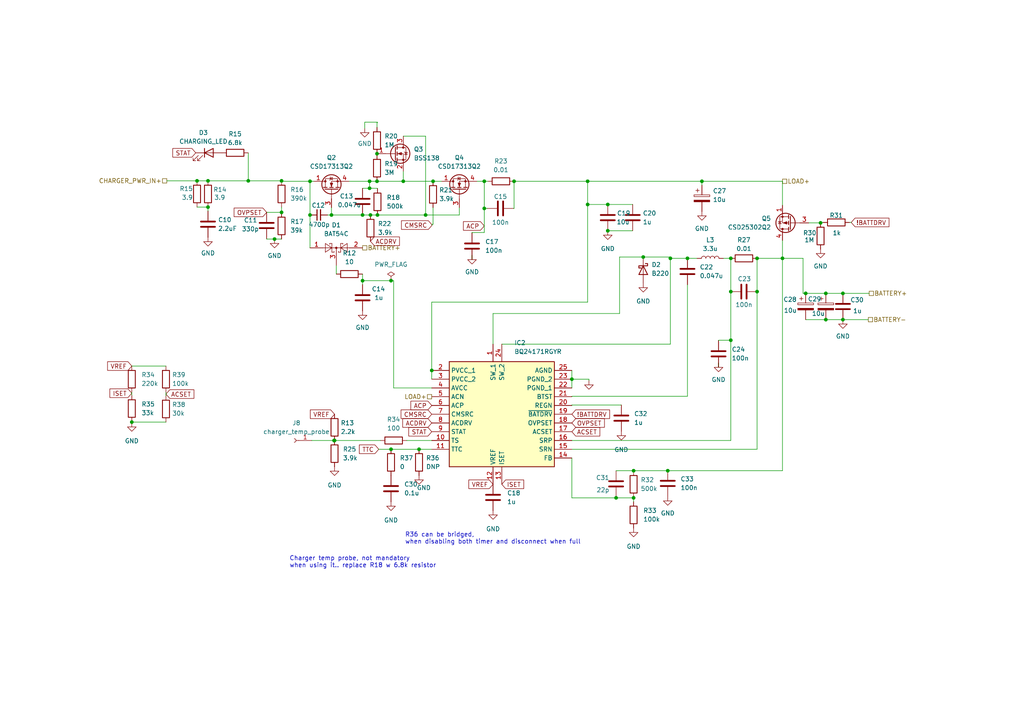
<source format=kicad_sch>
(kicad_sch (version 20230121) (generator eeschema)
  (paper "A4")
  (lib_symbols
    (symbol "Connector:Conn_01x01_Socket" (pin_names (offset 1.016) hide)
      (property "Reference" "J" (at 0 2.54 0))
      (property "Value" "Conn_01x01_Socket" (at 0 -2.54 0))
      (symbol "Conn_01x01_Socket_1_1"
        (pin passive line (at -5.08 0 0) (length 3.81) (name "Pin_1") (number "1"))
      )
    )
    (symbol "Device:C" (pin_numbers hide) (pin_names (offset 0.254))
      (property "Reference" "C" (at 0.635 2.54 0))
      (property "Value" "C" (at 0.635 -2.54 0))
      (symbol "C_1_1"
        (pin passive line (at 0 3.81 270) (length 2.794) (name "~") (number "1"))
        (pin passive line (at 0 -3.81 90) (length 2.794) (name "~") (number "2"))
      )
    )
    (symbol "Device:C_Polarized" (pin_numbers hide) (pin_names (offset 0.254))
      (property "Reference" "C" (at 0.635 2.54 0))
      (property "Value" "C_Polarized" (at 0.635 -2.54 0))
      (symbol "C_Polarized_1_1"
        (pin passive line (at 0 3.81 270) (length 2.794) (name "~") (number "1"))
        (pin passive line (at 0 -3.81 90) (length 2.794) (name "~") (number "2"))
      )
    )
    (symbol "Device:C_Small" (pin_numbers hide) (pin_names (offset 0.254) hide)
      (property "Reference" "C" (at 0.254 1.778 0))
      (property "Value" "C_Small" (at 0.254 -2.032 0))
      (symbol "C_Small_1_1"
        (pin passive line (at 0 2.54 270) (length 2.032) (name "~") (number "1"))
        (pin passive line (at 0 -2.54 90) (length 2.032) (name "~") (number "2"))
      )
    )
    (symbol "Device:L" (pin_numbers hide) (pin_names (offset 1.016) hide)
      (property "Reference" "L" (at -1.27 0 90))
      (property "Value" "L" (at 1.905 0 90))
      (symbol "L_1_1"
        (pin passive line (at 0 3.81 270) (length 1.27) (name "1") (number "1"))
        (pin passive line (at 0 -3.81 90) (length 1.27) (name "2") (number "2"))
      )
    )
    (symbol "Device:LED" (pin_numbers hide) (pin_names (offset 1.016) hide)
      (property "Reference" "D" (at 0 2.54 0))
      (property "Value" "LED" (at 0 -2.54 0))
      (symbol "LED_1_1"
        (pin passive line (at -3.81 0 0) (length 2.54) (name "K") (number "1"))
        (pin passive line (at 3.81 0 180) (length 2.54) (name "A") (number "2"))
      )
    )
    (symbol "Device:R" (pin_numbers hide) (pin_names (offset 0))
      (property "Reference" "R" (at 2.032 0 90))
      (property "Value" "R" (at 0 0 90))
      (symbol "R_1_1"
        (pin passive line (at 0 3.81 270) (length 1.27) (name "~") (number "1"))
        (pin passive line (at 0 -3.81 90) (length 1.27) (name "~") (number "2"))
      )
    )
    (symbol "Diode:B220" (pin_numbers hide) (pin_names (offset 1.016) hide)
      (property "Reference" "D" (at 0 2.54 0))
      (property "Value" "B220" (at 0 -2.54 0))
      (symbol "B220_1_1"
        (pin passive line (at -3.81 0 0) (length 2.54) (name "K") (number "1"))
        (pin passive line (at 3.81 0 180) (length 2.54) (name "A") (number "2"))
      )
    )
    (symbol "Diode:BAT54C" (pin_names (offset 1.016))
      (property "Reference" "D" (at 0.635 -3.81 0))
      (property "Value" "BAT54C" (at -6.35 3.175 0))
      (symbol "BAT54C_1_1"
        (pin passive line (at -7.62 0 0) (length 3.81) (name "~") (number "1"))
        (pin passive line (at 7.62 0 180) (length 3.81) (name "~") (number "2"))
        (pin passive line (at 0 -5.08 90) (length 5.08) (name "~") (number "3"))
      )
    )
    (symbol "PowerHub_libs:BQ24171RGYR"
      (property "Reference" "IC" (at 36.83 20.32 0))
      (property "Value" "BQ24171RGYR" (at 36.83 17.78 0))
      (symbol "BQ24171RGYR_1_1"
        (pin passive line (at 0 -2.54 0) (length 5.08) (name "SW_1") (number "1"))
        (pin passive line (at 27.94 -20.32 90) (length 5.08) (name "TS") (number "10"))
        (pin passive line (at 30.48 -20.32 90) (length 5.08) (name "TTC") (number "11"))
        (pin passive line (at 40.64 -2.54 180) (length 5.08) (name "VREF") (number "12"))
        (pin passive line (at 40.64 0 180) (length 5.08) (name "ISET") (number "13"))
        (pin passive line (at 33.02 20.32 270) (length 5.08) (name "FB") (number "14"))
        (pin passive line (at 30.48 20.32 270) (length 5.08) (name "SRN") (number "15"))
        (pin passive line (at 27.94 20.32 270) (length 5.08) (name "SRP") (number "16"))
        (pin passive line (at 25.4 20.32 270) (length 5.08) (name "ACSET") (number "17"))
        (pin passive line (at 22.86 20.32 270) (length 5.08) (name "OVPSET") (number "18"))
        (pin passive line (at 20.32 20.32 270) (length 5.08) (name "~{BATDRV}") (number "19"))
        (pin power_in line (at 7.62 -20.32 90) (length 5.08) (name "PVCC_1") (number "2"))
        (pin passive line (at 17.78 20.32 270) (length 5.08) (name "REGN") (number "20"))
        (pin passive line (at 15.24 20.32 270) (length 5.08) (name "BTST") (number "21"))
        (pin power_in line (at 12.7 20.32 270) (length 5.08) (name "PGND_1") (number "22"))
        (pin passive line (at 10.16 20.32 270) (length 5.08) (name "PGND_2") (number "23"))
        (pin passive line (at 0 0 0) (length 5.08) (name "SW_2") (number "24"))
        (pin power_in line (at 7.62 20.32 270) (length 5.08) (name "AGND") (number "25"))
        (pin power_in line (at 10.16 -20.32 90) (length 5.08) (name "PVCC_2") (number "3"))
        (pin power_in line (at 12.7 -20.32 90) (length 5.08) (name "AVCC") (number "4"))
        (pin passive line (at 15.24 -20.32 90) (length 5.08) (name "ACN") (number "5"))
        (pin passive line (at 17.78 -20.32 90) (length 5.08) (name "ACP") (number "6"))
        (pin passive line (at 20.32 -20.32 90) (length 5.08) (name "CMSRC") (number "7"))
        (pin passive line (at 22.86 -20.32 90) (length 5.08) (name "ACDRV") (number "8"))
        (pin passive line (at 25.4 -20.32 90) (length 5.08) (name "STAT") (number "9"))
      )
    )
    (symbol "Transistor_FET:BSS138" (pin_names hide)
      (property "Reference" "Q" (at 5.08 1.905 0))
      (property "Value" "BSS138" (at 5.08 0 0))
      (symbol "BSS138_1_1"
        (pin input line (at -5.08 0 0) (length 2.54) (name "G") (number "1"))
        (pin passive line (at 2.54 -5.08 90) (length 2.54) (name "S") (number "2"))
        (pin passive line (at 2.54 5.08 270) (length 2.54) (name "D") (number "3"))
      )
    )
    (symbol "Transistor_FET:CSD17313Q2" (pin_names hide)
      (property "Reference" "Q" (at 5.08 1.905 0))
      (property "Value" "CSD17313Q2" (at 5.08 0 0))
      (symbol "CSD17313Q2_1_1"
        (pin passive line (at 2.54 5.08 270) (length 2.54) (name "D") (number "1"))
        (pin passive line (at 2.54 5.08 270) (length 2.54) hide (name "D") (number "2"))
        (pin passive line (at -5.08 0 0) (length 2.54) (name "G") (number "3"))
        (pin passive line (at 2.54 -5.08 90) (length 2.54) (name "S") (number "4"))
        (pin passive line (at 2.54 5.08 270) (length 2.54) hide (name "D") (number "5"))
        (pin passive line (at 2.54 5.08 270) (length 2.54) hide (name "D") (number "6"))
        (pin passive line (at 2.54 -5.08 90) (length 2.54) hide (name "S") (number "7"))
        (pin passive line (at 2.54 5.08 270) (length 2.54) hide (name "D") (number "8"))
      )
    )
    (symbol "Transistor_FET:CSD25302Q2" (pin_names hide)
      (property "Reference" "Q" (at 5.08 1.27 0))
      (property "Value" "CSD25302Q2" (at 3.81 -1.27 0))
      (symbol "CSD25302Q2_1_1"
        (pin passive line (at 0 -5.08 90) (length 2.54) (name "S") (number "1"))
        (pin passive line (at 0 -5.08 90) (length 2.54) hide (name "S") (number "2"))
        (pin passive line (at -7.62 0 0) (length 2.54) (name "G") (number "3"))
        (pin passive line (at 0 5.08 270) (length 2.54) (name "D") (number "4"))
        (pin passive line (at 0 -5.08 90) (length 2.54) hide (name "S") (number "5"))
        (pin passive line (at 0 -5.08 90) (length 2.54) hide (name "S") (number "6"))
        (pin passive line (at 0 5.08 270) (length 2.54) hide (name "D") (number "7"))
        (pin passive line (at 0 -5.08 90) (length 2.54) hide (name "S") (number "8"))
      )
    )
    (symbol "power:GND" (power) (pin_names (offset 0))
      (property "Value" "GND" (at 0 -3.81 0))
      (symbol "GND_1_1"
        (pin power_in line (at 0 0 270) (length 0) hide (name "GND") (number "1"))
      )
    )
    (symbol "power:PWR_FLAG" (power) (pin_numbers hide) (pin_names (offset 0) hide)
      (property "Value" "PWR_FLAG" (at 0 3.81 0))
      (symbol "PWR_FLAG_0_0"
        (pin power_out line (at 0 0 90) (length 0) (name "pwr") (number "1"))
      )
    )
  )
  (junction (at 123.444 62.357))
  (junction (at 60.325 52.451))
  (junction (at 89.916 52.578))
  (junction (at 211.963 84.582))
  (junction (at 226.949 74.93))
  (junction (at 125.222 107.442))
  (junction (at 186.563 74.549))
  (junction (at 183.769 144.399))
  (junction (at 109.347 52.578))
  (junction (at 105.156 62.357))
  (junction (at 165.862 109.982))
  (junction (at 170.434 59.309))
  (junction (at 233.68 85.09))
  (junction (at 97.028 127.762))
  (junction (at 193.675 136.525))
  (junction (at 38.227 122.428))
  (junction (at 109.347 44.577))
  (junction (at 113.411 130.302))
  (junction (at 107.188 54.61))
  (junction (at 60.325 60.071))
  (junction (at 239.522 92.71))
  (junction (at 81.661 52.451))
  (junction (at 199.39 74.93))
  (junction (at 176.276 59.309))
  (junction (at 105.156 81.407))
  (junction (at 113.411 81.407))
  (junction (at 125.603 52.578))
  (junction (at 107.188 52.578))
  (junction (at 109.474 62.357))
  (junction (at 183.769 136.525))
  (junction (at 211.963 74.93))
  (junction (at 194.437 74.93))
  (junction (at 149.098 52.578))
  (junction (at 244.475 92.71))
  (junction (at 211.963 98.679))
  (junction (at 170.434 52.578))
  (junction (at 237.998 64.643))
  (junction (at 107.442 62.357))
  (junction (at 244.475 85.09))
  (junction (at 79.629 69.342))
  (junction (at 140.462 52.578))
  (junction (at 140.462 60.452))
  (junction (at 239.522 85.09))
  (junction (at 219.583 84.582))
  (junction (at 219.583 74.93))
  (junction (at 116.967 52.578))
  (junction (at 81.661 61.595))
  (junction (at 121.539 130.302))
  (junction (at 89.916 62.357))
  (junction (at 72.009 52.451))
  (junction (at 178.689 144.399))
  (junction (at 57.15 52.451))
  (junction (at 96.139 62.357))
  (junction (at 203.581 52.578))
  (junction (at 176.276 66.929))
  (junction (at 96.901 127.762))
  (wire (pts (xy 233.68 85.09) (xy 239.522 85.09)))
  (wire (pts (xy 125.222 112.522) (xy 114.173 112.522)))
  (wire (pts (xy 176.276 66.929) (xy 183.515 66.929)))
  (wire (pts (xy 138.303 52.578) (xy 140.462 52.578)))
  (wire (pts (xy 105.156 62.357) (xy 105.156 62.23)))
  (wire (pts (xy 109.474 54.61) (xy 109.474 54.737)))
  (wire (pts (xy 179.705 74.549) (xy 186.563 74.549)))
  (wire (pts (xy 125.349 65.024) (xy 125.603 65.024)))
  (wire (pts (xy 170.434 87.63) (xy 125.222 87.63)))
  (wire (pts (xy 202.184 74.93) (xy 199.39 74.93)))
  (wire (pts (xy 183.769 144.272) (xy 183.769 144.399)))
  (wire (pts (xy 57.15 60.071) (xy 60.325 60.071)))
  (wire (pts (xy 117.983 127.762) (xy 125.222 127.762)))
  (wire (pts (xy 101.219 52.578) (xy 107.188 52.578)))
  (wire (pts (xy 199.39 82.55) (xy 199.39 114.935)))
  (wire (pts (xy 219.583 74.93) (xy 219.583 84.582)))
  (wire (pts (xy 226.949 69.723) (xy 226.949 74.93)))
  (wire (pts (xy 77.343 61.595) (xy 81.661 61.595)))
  (wire (pts (xy 226.949 136.525) (xy 226.949 74.93)))
  (wire (pts (xy 180.213 117.475) (xy 165.862 117.475)))
  (wire (pts (xy 90.424 127.762) (xy 96.901 127.762)))
  (wire (pts (xy 211.963 98.679) (xy 208.407 98.679)))
  (wire (pts (xy 96.139 62.357) (xy 96.139 60.198)))
  (wire (pts (xy 81.661 69.342) (xy 79.629 69.342)))
  (wire (pts (xy 165.862 114.935) (xy 165.862 115.062)))
  (wire (pts (xy 109.347 44.577) (xy 109.347 44.958)))
  (wire (pts (xy 133.223 60.198) (xy 133.223 62.357)))
  (wire (pts (xy 57.15 52.451) (xy 60.325 52.451)))
  (wire (pts (xy 239.522 85.09) (xy 244.475 85.09)))
  (wire (pts (xy 208.407 98.679) (xy 208.407 98.806)))
  (wire (pts (xy 140.462 60.452) (xy 140.462 52.578)))
  (wire (pts (xy 107.188 52.578) (xy 109.347 52.578)))
  (wire (pts (xy 94.996 62.357) (xy 96.139 62.357)))
  (wire (pts (xy 96.139 62.357) (xy 105.156 62.357)))
  (wire (pts (xy 114.173 112.522) (xy 114.173 81.407)))
  (wire (pts (xy 81.661 61.595) (xy 81.661 61.722)))
  (wire (pts (xy 226.949 52.578) (xy 226.949 59.563)))
  (wire (pts (xy 219.583 84.582) (xy 219.583 130.302)))
  (wire (pts (xy 109.347 35.56) (xy 109.347 36.957)))
  (wire (pts (xy 48.133 113.792) (xy 48.133 114.808)))
  (wire (pts (xy 77.343 69.342) (xy 77.343 69.215)))
  (wire (pts (xy 140.462 60.452) (xy 140.462 67.437)))
  (wire (pts (xy 170.815 109.982) (xy 170.815 110.363)))
  (wire (pts (xy 96.901 127.762) (xy 96.901 127.635)))
  (wire (pts (xy 149.098 60.452) (xy 148.971 60.452)))
  (wire (pts (xy 116.967 52.578) (xy 116.967 49.657)))
  (wire (pts (xy 107.442 62.357) (xy 109.474 62.357)))
  (wire (pts (xy 125.603 65.024) (xy 125.603 60.198)))
  (wire (pts (xy 141.351 60.452) (xy 140.462 60.452)))
  (wire (pts (xy 219.583 74.93) (xy 226.949 74.93)))
  (wire (pts (xy 232.918 85.09) (xy 233.68 85.09)))
  (wire (pts (xy 81.661 52.578) (xy 89.916 52.578)))
  (wire (pts (xy 246.888 64.516) (xy 246.38 64.516)))
  (wire (pts (xy 60.325 52.451) (xy 72.009 52.451)))
  (wire (pts (xy 193.675 136.525) (xy 226.949 136.525)))
  (wire (pts (xy 125.603 52.578) (xy 128.143 52.578)))
  (wire (pts (xy 208.407 106.426) (xy 208.407 105.283)))
  (wire (pts (xy 165.862 117.475) (xy 165.862 117.602)))
  (wire (pts (xy 97.155 127.635) (xy 97.155 127.762)))
  (wire (pts (xy 140.462 52.578) (xy 141.478 52.578)))
  (wire (pts (xy 105.791 35.433) (xy 105.791 37.211)))
  (wire (pts (xy 96.901 127.635) (xy 97.155 127.635)))
  (wire (pts (xy 239.522 92.71) (xy 244.475 92.71)))
  (wire (pts (xy 233.68 92.71) (xy 239.522 92.71)))
  (wire (pts (xy 211.963 98.679) (xy 211.963 127.762)))
  (wire (pts (xy 48.387 52.451) (xy 57.15 52.451)))
  (wire (pts (xy 105.791 35.433) (xy 109.474 35.433)))
  (wire (pts (xy 149.098 52.578) (xy 149.098 60.452)))
  (wire (pts (xy 193.675 136.525) (xy 193.675 136.398)))
  (wire (pts (xy 170.434 52.578) (xy 203.581 52.578)))
  (wire (pts (xy 81.661 52.578) (xy 81.661 52.451)))
  (wire (pts (xy 194.437 74.93) (xy 194.437 99.822)))
  (wire (pts (xy 123.444 39.497) (xy 116.967 39.497)))
  (wire (pts (xy 105.156 54.61) (xy 107.188 54.61)))
  (wire (pts (xy 116.967 52.578) (xy 125.603 52.578)))
  (wire (pts (xy 109.474 35.56) (xy 109.347 35.56)))
  (wire (pts (xy 183.769 136.525) (xy 183.769 136.652)))
  (wire (pts (xy 125.349 65.278) (xy 125.349 65.024)))
  (wire (pts (xy 219.583 130.302) (xy 165.862 130.302)))
  (wire (pts (xy 199.39 114.935) (xy 165.862 114.935)))
  (wire (pts (xy 183.769 136.525) (xy 193.675 136.525)))
  (wire (pts (xy 176.276 59.309) (xy 183.515 59.309)))
  (wire (pts (xy 105.156 81.407) (xy 105.156 82.55)))
  (wire (pts (xy 38.227 122.428) (xy 38.227 122.301)))
  (wire (pts (xy 170.434 59.309) (xy 170.434 87.63)))
  (wire (pts (xy 211.963 84.582) (xy 211.963 98.679)))
  (wire (pts (xy 89.916 62.357) (xy 89.916 71.882)))
  (wire (pts (xy 107.188 54.61) (xy 109.474 54.61)))
  (wire (pts (xy 165.862 109.982) (xy 165.862 112.522)))
  (wire (pts (xy 123.444 62.357) (xy 133.223 62.357)))
  (wire (pts (xy 97.155 127.762) (xy 110.363 127.762)))
  (wire (pts (xy 209.804 74.93) (xy 211.963 74.93)))
  (wire (pts (xy 165.862 144.399) (xy 178.689 144.399)))
  (wire (pts (xy 178.689 136.525) (xy 183.769 136.525)))
  (wire (pts (xy 109.347 52.578) (xy 116.967 52.578)))
  (wire (pts (xy 81.661 60.071) (xy 81.661 61.595)))
  (wire (pts (xy 105.156 79.502) (xy 105.156 81.407)))
  (wire (pts (xy 107.188 52.578) (xy 107.188 54.61)))
  (wire (pts (xy 140.462 67.437) (xy 136.906 67.437)))
  (wire (pts (xy 121.539 130.302) (xy 125.222 130.302)))
  (wire (pts (xy 186.563 74.549) (xy 194.437 74.549)))
  (wire (pts (xy 232.918 74.93) (xy 232.918 85.09)))
  (wire (pts (xy 97.536 79.502) (xy 97.536 76.962)))
  (wire (pts (xy 149.098 52.578) (xy 170.434 52.578)))
  (wire (pts (xy 136.906 67.437) (xy 136.906 67.564)))
  (wire (pts (xy 203.581 52.578) (xy 226.949 52.578)))
  (wire (pts (xy 136.906 75.184) (xy 136.906 74.041)))
  (wire (pts (xy 109.474 35.433) (xy 109.474 35.56)))
  (wire (pts (xy 237.998 64.516) (xy 237.998 64.643)))
  (wire (pts (xy 178.689 144.399) (xy 183.769 144.399)))
  (wire (pts (xy 96.901 127.762) (xy 97.028 127.762)))
  (wire (pts (xy 183.769 144.399) (xy 183.769 145.542)))
  (wire (pts (xy 89.916 52.578) (xy 91.059 52.578)))
  (wire (pts (xy 38.227 122.428) (xy 48.133 122.428)))
  (wire (pts (xy 89.916 62.357) (xy 89.916 52.578)))
  (wire (pts (xy 123.444 62.357) (xy 123.444 39.497)))
  (wire (pts (xy 234.569 64.643) (xy 237.998 64.643)))
  (wire (pts (xy 60.325 61.214) (xy 60.325 60.071)))
  (wire (pts (xy 38.227 122.555) (xy 38.227 122.428)))
  (wire (pts (xy 211.963 74.93) (xy 211.963 84.582)))
  (wire (pts (xy 203.581 52.578) (xy 203.581 53.721)))
  (wire (pts (xy 114.173 81.407) (xy 113.411 81.407)))
  (wire (pts (xy 178.689 144.145) (xy 178.689 144.399)))
  (wire (pts (xy 179.705 90.932) (xy 143.002 90.932)))
  (wire (pts (xy 226.949 74.93) (xy 232.918 74.93)))
  (wire (pts (xy 211.963 127.762) (xy 165.862 127.762)))
  (wire (pts (xy 109.474 62.357) (xy 123.444 62.357)))
  (wire (pts (xy 199.39 74.93) (xy 194.437 74.93)))
  (wire (pts (xy 38.227 106.172) (xy 48.133 106.172)))
  (wire (pts (xy 244.475 92.71) (xy 251.841 92.71)))
  (wire (pts (xy 105.156 62.357) (xy 107.442 62.357)))
  (wire (pts (xy 165.862 109.982) (xy 170.815 109.982)))
  (wire (pts (xy 238.76 64.516) (xy 237.998 64.516)))
  (wire (pts (xy 194.437 99.822) (xy 145.542 99.822)))
  (wire (pts (xy 165.862 144.399) (xy 165.862 132.842)))
  (wire (pts (xy 165.862 107.442) (xy 165.862 109.982)))
  (wire (pts (xy 113.411 130.302) (xy 121.539 130.302)))
  (wire (pts (xy 125.222 107.442) (xy 125.222 109.982)))
  (wire (pts (xy 179.705 74.549) (xy 179.705 90.932)))
  (wire (pts (xy 113.411 81.407) (xy 105.156 81.407)))
  (wire (pts (xy 194.437 74.549) (xy 194.437 74.93)))
  (wire (pts (xy 109.855 130.302) (xy 113.411 130.302)))
  (wire (pts (xy 72.009 52.451) (xy 81.661 52.451)))
  (wire (pts (xy 72.009 44.323) (xy 72.009 52.451)))
  (wire (pts (xy 170.434 59.309) (xy 176.276 59.309)))
  (wire (pts (xy 143.002 90.932) (xy 143.002 99.822)))
  (wire (pts (xy 170.434 52.578) (xy 170.434 59.309)))
  (wire (pts (xy 244.475 85.09) (xy 252.095 85.09)))
  (wire (pts (xy 125.222 87.63) (xy 125.222 107.442)))
  (wire (pts (xy 38.227 113.792) (xy 38.227 114.681)))
  (wire (pts (xy 79.629 69.342) (xy 77.343 69.342)))
  (text "Charger temp probe, not mandatory\nwhen using it.. replace R18 w 6.8k resistor" (at 83.947 164.846 0) (effects (font (size 1.27 1.27)) (justify left bottom)))
  (text "R36 can be bridged,\nwhen disabling both timer and disconnect when full\n" (at 117.475 157.988 0) (effects (font (size 1.27 1.27)) (justify left bottom)))
  (global_label "VREF" (shape input) (at 97.028 120.142 180) (property "Intersheetrefs" "${INTERSHEET_REFS}" (effects hide)))
  (global_label "ACDRV" (shape input) (at 107.442 69.977 0) (property "Intersheetrefs" "${INTERSHEET_REFS}" (effects hide)))
  (global_label "ISET" (shape input) (at 145.542 140.462 0) (property "Intersheetrefs" "${INTERSHEET_REFS}" (effects hide)))
  (global_label "!BATTDRV" (shape input) (at 165.862 120.142 0) (property "Intersheetrefs" "${INTERSHEET_REFS}" (effects hide)))
  (global_label "ISET" (shape input) (at 38.227 114.046 180) (property "Intersheetrefs" "${INTERSHEET_REFS}" (effects hide)))
  (global_label "ACDRV" (shape input) (at 125.222 122.682 180) (property "Intersheetrefs" "${INTERSHEET_REFS}" (effects hide)))
  (global_label "TTC" (shape input) (at 109.855 130.302 180) (property "Intersheetrefs" "${INTERSHEET_REFS}" (effects hide)))
  (global_label "VREF" (shape input) (at 143.002 140.462 180) (property "Intersheetrefs" "${INTERSHEET_REFS}" (effects hide)))
  (global_label "ACSET" (shape input) (at 48.133 114.3 0) (property "Intersheetrefs" "${INTERSHEET_REFS}" (effects hide)))
  (global_label "ACSET" (shape input) (at 165.862 125.222 0) (property "Intersheetrefs" "${INTERSHEET_REFS}" (effects hide)))
  (global_label "CMSRC" (shape input) (at 125.222 120.142 180) (property "Intersheetrefs" "${INTERSHEET_REFS}" (effects hide)))
  (global_label "ACP" (shape input) (at 125.222 117.602 180) (property "Intersheetrefs" "${INTERSHEET_REFS}" (effects hide)))
  (global_label "!BATTDRV" (shape input) (at 246.888 64.516 0) (property "Intersheetrefs" "${INTERSHEET_REFS}" (effects hide)))
  (global_label "OVPSET" (shape input) (at 165.862 122.682 0) (property "Intersheetrefs" "${INTERSHEET_REFS}" (effects hide)))
  (global_label "OVPSET" (shape input) (at 77.343 61.595 180) (property "Intersheetrefs" "${INTERSHEET_REFS}" (effects hide)))
  (global_label "STAT" (shape input) (at 125.222 125.222 180) (property "Intersheetrefs" "${INTERSHEET_REFS}" (effects hide)))
  (global_label "CMSRC" (shape input) (at 125.349 65.278 180) (property "Intersheetrefs" "${INTERSHEET_REFS}" (effects hide)))
  (global_label "ACP" (shape input) (at 140.462 65.532 180) (property "Intersheetrefs" "${INTERSHEET_REFS}" (effects hide)))
  (global_label "VREF" (shape input) (at 38.227 106.172 180) (property "Intersheetrefs" "${INTERSHEET_REFS}" (effects hide)))
  (global_label "STAT" (shape input) (at 56.769 44.323 180) (property "Intersheetrefs" "${INTERSHEET_REFS}" (effects hide)))
  (hierarchical_label "LOAD+" (shape passive) (at 125.222 115.062 180))
  (hierarchical_label "BATTERY+" (shape passive) (at 252.095 85.09 0))
  (hierarchical_label "BATTERY-" (shape passive) (at 251.841 92.71 0))
  (hierarchical_label "CHARGER_PWR_IN+" (shape passive) (at 48.387 52.451 180))
  (hierarchical_label "BATTERY+" (shape passive) (at 105.156 71.882 0))
  (hierarchical_label "LOAD+" (shape passive) (at 226.949 52.578 0))
  (symbol (lib_id "power:GND") (at 105.156 90.17 0) (unit 1)
    (property "Reference" "#PWR042" (effects hide))
    (property "Value" "GND" (at 105.156 94.996 0))
    (instances (project "PowerHub_r1.0" (path "" (reference "#PWR042") (unit 1)) (path "" (reference "#PWR039") (unit 1)) (path "" (reference "#PWR089") (unit 1))) (project "PowerHub_Simplified" (path "" (reference "#PWR036") (unit 1))))
  )
  (symbol (lib_id "Device:C") (at 145.161 60.452 90) (unit 1)
    (property "Reference" "C15" (at 145.161 57.023 90))
    (property "Value" "100n" (at 145.161 64.516 90))
    (property "Footprint" "Capacitor_SMD:C_0603_1608Metric_Pad1.08x0.95mm_HandSolder" (effects hide))
    (instances (project "PowerHub_r1.0" (path "" (reference "C15") (unit 1)) (path "" (reference "C17") (unit 1)) (path "" (reference "C59") (unit 1))) (project "PowerHub_Simplified" (path "" (reference "C17") (unit 1))))
  )
  (symbol (lib_id "Device:R") (at 114.173 127.762 90) (unit 1)
    (property "Reference" "R34" (at 114.173 121.666 90))
    (property "Value" "100" (at 114.173 124.206 90))
    (property "Footprint" "Resistor_SMD:R_0603_1608Metric_Pad0.98x0.95mm_HandSolder" (effects hide))
    (instances (project "PowerHub_r1.0" (path "" (reference "R34") (unit 1)) (path "" (reference "R23") (unit 1)) (path "" (reference "R92") (unit 1))) (project "PowerHub_Simplified" (path "" (reference "R25") (unit 1))))
  )
  (symbol (lib_id "Device:LED") (at 60.579 44.323 0) (unit 1)
    (property "Reference" "D3" (at 58.9915 38.481 0))
    (property "Value" "CHARGING_LED" (at 58.9915 41.021 0))
    (property "Footprint" "LED_SMD:LED_0603_1608Metric_Pad1.05x0.95mm_HandSolder" (effects hide))
    (instances (project "PowerHub_r1.0" (path "" (reference "D3") (unit 1)) (path "" (reference "D12") (unit 1))) (project "PowerHub_Simplified" (path "" (reference "D1") (unit 1))))
  )
  (symbol (lib_id "Device:C") (at 113.411 141.732 0) (unit 1)
    (property "Reference" "C30" (at 117.221 140.462 0) (effects (justify left)))
    (property "Value" "0.1u" (at 117.221 143.002 0) (effects (justify left)))
    (property "Footprint" "Capacitor_SMD:C_0603_1608Metric_Pad1.08x0.95mm_HandSolder" (effects hide))
    (instances (project "PowerHub_r1.0" (path "" (reference "C30") (unit 1)) (path "" (reference "C56") (unit 1))) (project "PowerHub_Simplified" (path "" (reference "C14") (unit 1))))
  )
  (symbol (lib_id "Device:R") (at 38.227 118.491 0) (unit 1)
    (property "Reference" "R35" (at 41.021 117.221 0) (effects (justify left)))
    (property "Value" "33k" (at 41.021 119.761 0) (effects (justify left)))
    (property "Footprint" "Resistor_SMD:R_0603_1608Metric_Pad0.98x0.95mm_HandSolder" (effects hide))
    (instances (project "PowerHub_r1.0" (path "" (reference "R35") (unit 1)) (path "" (reference "R76") (unit 1))) (project "PowerHub_Simplified" (path "" (reference "R9") (unit 1))))
  )
  (symbol (lib_id "Transistor_FET:CSD17313Q2") (at 133.223 55.118 90) (unit 1)
    (property "Reference" "Q4" (at 133.223 45.72 90))
    (property "Value" "CSD17313Q2" (at 133.223 48.26 90))
    (property "Footprint" "Package_SON:Texas_DQK" (effects hide))
    (property "Datasheet" "http://www.ti.com/lit/ds/symlink/csd17313q2.pdf" (effects hide))
    (instances (project "PowerHub_r1.0" (path "" (reference "Q4") (unit 1)) (path "" (reference "Q4") (unit 1)) (path "" (reference "Q14") (unit 1))) (project "PowerHub_Simplified" (path "" (reference "Q4") (unit 1))))
  )
  (symbol (lib_id "Device:C_Polarized") (at 233.68 88.9 0) (unit 1)
    (property "Reference" "C28" (at 227.203 86.868 0) (effects (justify left)))
    (property "Value" "10u" (at 227.33 90.043 0) (effects (justify left)))
    (property "Footprint" "Capacitor_SMD:C_1206_3216Metric_Pad1.33x1.80mm_HandSolder" (effects hide))
    (instances (project "PowerHub_r1.0" (path "" (reference "C28") (unit 1)) (path "" (reference "C27") (unit 1)) (path "" (reference "C69") (unit 1))) (project "PowerHub_Simplified" (path "" (reference "C27") (unit 1))))
  )
  (symbol (lib_id "Device:C_Polarized") (at 203.581 57.531 0) (unit 1)
    (property "Reference" "C27" (at 206.756 55.372 0) (effects (justify left)))
    (property "Value" "10u" (at 206.756 57.912 0) (effects (justify left)))
    (property "Footprint" "Capacitor_SMD:C_0603_1608Metric_Pad1.08x0.95mm_HandSolder" (effects hide))
    (instances (project "PowerHub_r1.0" (path "" (reference "C27") (unit 1)) (path "" (reference "C24") (unit 1)) (path "" (reference "C66") (unit 1))) (project "PowerHub_Simplified" (path "" (reference "C24") (unit 1))))
  )
  (symbol (lib_id "power:GND") (at 105.791 37.211 0) (unit 1)
    (property "Reference" "#PWR038" (effects hide))
    (property "Value" "GND" (at 105.791 41.656 0))
    (instances (project "PowerHub_r1.0" (path "" (reference "#PWR038") (unit 1)) (path "" (reference "#PWR040") (unit 1)) (path "" (reference "#PWR090") (unit 1))) (project "PowerHub_Simplified" (path "" (reference "#PWR037") (unit 1))))
  )
  (symbol (lib_id "Device:R") (at 68.199 44.323 90) (unit 1)
    (property "Reference" "R15" (at 68.199 38.862 90))
    (property "Value" "6.8k" (at 68.199 41.402 90))
    (property "Footprint" "Resistor_SMD:R_0603_1608Metric_Pad0.98x0.95mm_HandSolder" (effects hide))
    (instances (project "PowerHub_r1.0" (path "" (reference "R15") (unit 1)) (path "" (reference "R81") (unit 1))) (project "PowerHub_Simplified" (path "" (reference "R14") (unit 1))))
  )
  (symbol (lib_id "power:GND") (at 180.213 125.095 0) (unit 1)
    (property "Reference" "#PWR054" (effects hide))
    (property "Value" "GND" (at 180.213 130.429 0))
    (instances (project "PowerHub_r1.0" (path "" (reference "#PWR054") (unit 1)) (path "" (reference "#PWR045") (unit 1)) (path "" (reference "#PWR097") (unit 1))) (project "PowerHub_Simplified" (path "" (reference "#PWR044") (unit 1))))
  )
  (symbol (lib_id "Device:R") (at 81.661 56.261 0) (unit 1)
    (property "Reference" "R16" (at 84.201 54.991 0) (effects (justify left)))
    (property "Value" "390k" (at 84.201 57.531 0) (effects (justify left)))
    (property "Footprint" "Resistor_SMD:R_0603_1608Metric_Pad0.98x0.95mm_HandSolder" (effects hide))
    (instances (project "PowerHub_r1.0" (path "" (reference "R16") (unit 1)) (path "" (reference "R13") (unit 1)) (path "" (reference "R82") (unit 1))) (project "PowerHub_Simplified" (path "" (reference "R15") (unit 1))))
  )
  (symbol (lib_id "Device:R") (at 57.15 56.261 0) (unit 1)
    (property "Reference" "R15" (at 52.07 54.737 0) (effects (justify left)))
    (property "Value" "3.9" (at 52.705 57.277 0) (effects (justify left)))
    (property "Footprint" "Resistor_SMD:R_0603_1608Metric_Pad0.98x0.95mm_HandSolder" (effects hide))
    (instances (project "PowerHub_r1.0" (path "" (reference "R15") (unit 1)) (path "" (reference "R9") (unit 1)) (path "" (reference "R79") (unit 1))) (project "PowerHub_Simplified" (path "" (reference "R12") (unit 1))))
  )
  (symbol (lib_id "Device:C") (at 208.407 102.616 0) (unit 1)
    (property "Reference" "C24" (at 212.217 101.346 0) (effects (justify left)))
    (property "Value" "100n" (at 212.217 103.886 0) (effects (justify left)))
    (property "Footprint" "Capacitor_SMD:C_0603_1608Metric_Pad1.08x0.95mm_HandSolder" (effects hide))
    (instances (project "PowerHub_r1.0" (path "" (reference "C24") (unit 1)) (path "" (reference "C25") (unit 1)) (path "" (reference "C67") (unit 1))) (project "PowerHub_Simplified" (path "" (reference "C25") (unit 1))))
  )
  (symbol (lib_id "power:GND") (at 186.563 82.169 0) (unit 1)
    (property "Reference" "#PWR046" (effects hide))
    (property "Value" "GND" (at 186.563 87.376 0))
    (instances (project "PowerHub_r1.0" (path "" (reference "#PWR046") (unit 1)) (path "" (reference "#PWR044") (unit 1)) (path "" (reference "#PWR096") (unit 1))) (project "PowerHub_Simplified" (path "" (reference "#PWR051") (unit 1))))
  )
  (symbol (lib_id "power:GND") (at 121.539 137.922 0) (unit 1)
    (property "Reference" "#PWR045" (effects hide))
    (property "Value" "GND" (at 122.936 141.478 0))
    (instances (project "PowerHub_r1.0" (path "" (reference "#PWR045") (unit 1)) (path "" (reference "#PWR051") (unit 1)) (path "" (reference "#PWR092") (unit 1))) (project "PowerHub_Simplified" (path "" (reference "#PWR039") (unit 1))))
  )
  (symbol (lib_id "Device:R") (at 107.442 66.167 0) (unit 1)
    (property "Reference" "R22" (at 109.601 64.897 0) (effects (justify left)))
    (property "Value" "3.9k" (at 109.601 67.437 0) (effects (justify left)))
    (property "Footprint" "Resistor_SMD:R_0603_1608Metric_Pad0.98x0.95mm_HandSolder" (effects hide))
    (instances (project "PowerHub_r1.0" (path "" (reference "R22") (unit 1)) (path "" (reference "R19") (unit 1)) (path "" (reference "R87") (unit 1))) (project "PowerHub_Simplified" (path "" (reference "R20") (unit 1))))
  )
  (symbol (lib_id "Device:C") (at 176.276 63.119 0) (unit 1)
    (property "Reference" "C19" (at 178.943 61.849 0) (effects (justify left)))
    (property "Value" "10u" (at 178.816 64.389 0) (effects (justify left)))
    (property "Footprint" "Capacitor_SMD:C_1206_3216Metric_Pad1.33x1.80mm_HandSolder" (effects hide))
    (instances (project "PowerHub_r1.0" (path "" (reference "C19") (unit 1)) (path "" (reference "C18") (unit 1)) (path "" (reference "C60") (unit 1))) (project "PowerHub_Simplified" (path "" (reference "C18") (unit 1))))
  )
  (symbol (lib_id "Device:R") (at 81.661 65.532 0) (unit 1)
    (property "Reference" "R17" (at 84.201 64.262 0) (effects (justify left)))
    (property "Value" "39k" (at 84.201 66.802 0) (effects (justify left)))
    (property "Footprint" "Resistor_SMD:R_0603_1608Metric_Pad0.98x0.95mm_HandSolder" (effects hide))
    (instances (project "PowerHub_r1.0" (path "" (reference "R17") (unit 1)) (path "" (reference "R14") (unit 1)) (path "" (reference "R83") (unit 1))) (project "PowerHub_Simplified" (path "" (reference "R16") (unit 1))))
  )
  (symbol (lib_id "power:GND") (at 79.629 69.342 0) (unit 1)
    (property "Reference" "#PWR035" (effects hide))
    (property "Value" "GND" (at 79.629 74.168 0))
    (instances (project "PowerHub_r1.0" (path "" (reference "#PWR035") (unit 1)) (path "" (reference "#PWR025") (unit 1)) (path "" (reference "#PWR086") (unit 1))) (project "PowerHub_Simplified" (path "" (reference "#PWR033") (unit 1))))
  )
  (symbol (lib_id "power:GND") (at 176.276 66.929 0) (unit 1)
    (property "Reference" "#PWR046" (effects hide))
    (property "Value" "GND" (at 176.276 72.136 0))
    (instances (project "PowerHub_r1.0" (path "" (reference "#PWR046") (unit 1)) (path "" (reference "#PWR044") (unit 1)) (path "" (reference "#PWR096") (unit 1))) (project "PowerHub_Simplified" (path "" (reference "#PWR043") (unit 1))))
  )
  (symbol (lib_id "Device:R") (at 38.227 109.982 0) (unit 1)
    (property "Reference" "R34" (at 41.021 108.712 0) (effects (justify left)))
    (property "Value" "220k" (at 41.021 111.252 0) (effects (justify left)))
    (property "Footprint" "Resistor_SMD:R_0603_1608Metric_Pad0.98x0.95mm_HandSolder" (effects hide))
    (instances (project "PowerHub_r1.0" (path "" (reference "R34") (unit 1)) (path "" (reference "R75") (unit 1))) (project "PowerHub_Simplified" (path "" (reference "R8") (unit 1))))
  )
  (symbol (lib_id "Device:C") (at 105.156 58.42 0) (unit 1)
    (property "Reference" "C13" (at 98.552 56.896 0) (effects (justify left)))
    (property "Value" "0.047u" (at 97.917 59.436 0) (effects (justify left)))
    (property "Footprint" "Capacitor_SMD:C_0603_1608Metric_Pad1.08x0.95mm_HandSolder" (effects hide))
    (instances (project "PowerHub_r1.0" (path "" (reference "C13") (unit 1)) (path "" (reference "C13") (unit 1)) (path "" (reference "C54") (unit 1))) (project "PowerHub_Simplified" (path "" (reference "C12") (unit 1))))
  )
  (symbol (lib_id "Device:C") (at 77.343 65.405 0) (unit 1)
    (property "Reference" "C11" (at 70.739 63.881 0) (effects (justify left)))
    (property "Value" "330p" (at 70.104 66.421 0) (effects (justify left)))
    (property "Footprint" "Capacitor_SMD:C_0603_1608Metric_Pad1.08x0.95mm_HandSolder" (effects hide))
    (instances (project "PowerHub_r1.0" (path "" (reference "C11") (unit 1)) (path "" (reference "C11") (unit 1)) (path "" (reference "C52") (unit 1))) (project "PowerHub_Simplified" (path "" (reference "C10") (unit 1))))
  )
  (symbol (lib_id "Device:C") (at 215.773 84.582 90) (unit 1)
    (property "Reference" "C23" (at 215.9 80.899 90))
    (property "Value" "100n" (at 215.773 88.392 90))
    (property "Footprint" "Capacitor_SMD:C_0603_1608Metric_Pad1.08x0.95mm_HandSolder" (effects hide))
    (instances (project "PowerHub_r1.0" (path "" (reference "C23") (unit 1)) (path "" (reference "C26") (unit 1)) (path "" (reference "C68") (unit 1))) (project "PowerHub_Simplified" (path "" (reference "C26") (unit 1))))
  )
  (symbol (lib_id "Device:C") (at 183.515 63.119 0) (unit 1)
    (property "Reference" "C20" (at 186.436 61.849 0) (effects (justify left)))
    (property "Value" "1u" (at 186.436 64.389 0) (effects (justify left)))
    (property "Footprint" "Capacitor_SMD:C_0805_2012Metric_Pad1.18x1.45mm_HandSolder" (effects hide))
    (instances (project "PowerHub_r1.0" (path "" (reference "C20") (unit 1)) (path "" (reference "C21") (unit 1)) (path "" (reference "C63") (unit 1))) (project "PowerHub_Simplified" (path "" (reference "C21") (unit 1))))
  )
  (symbol (lib_id "Device:R") (at 101.346 79.502 90) (unit 1)
    (property "Reference" "R12" (at 101.346 73.406 90))
    (property "Value" "10" (at 101.346 75.946 90))
    (property "Footprint" "Resistor_SMD:R_0603_1608Metric_Pad0.98x0.95mm_HandSolder" (effects hide))
    (instances (project "PowerHub_r1.0" (path "" (reference "R12") (unit 1)) (path "" (reference "R16") (unit 1)) (path "" (reference "R86") (unit 1))) (project "PowerHub_Simplified" (path "" (reference "R19") (unit 1))))
  )
  (symbol (lib_id "Device:C") (at 180.213 121.285 0) (unit 1)
    (property "Reference" "C32" (at 183.896 120.015 0) (effects (justify left)))
    (property "Value" "1u" (at 183.896 122.555 0) (effects (justify left)))
    (property "Footprint" "Capacitor_SMD:C_0805_2012Metric_Pad1.18x1.45mm_HandSolder" (effects hide))
    (instances (project "PowerHub_r1.0" (path "" (reference "C32") (unit 1)) (path "" (reference "C20") (unit 1)) (path "" (reference "C62") (unit 1))) (project "PowerHub_Simplified" (path "" (reference "C20") (unit 1))))
  )
  (symbol (lib_id "Device:R") (at 109.474 58.547 0) (unit 1)
    (property "Reference" "R18" (at 112.141 57.277 0) (effects (justify left)))
    (property "Value" "500k" (at 112.141 59.817 0) (effects (justify left)))
    (property "Footprint" "Resistor_SMD:R_0603_1608Metric_Pad0.98x0.95mm_HandSolder" (effects hide))
    (instances (project "PowerHub_r1.0" (path "" (reference "R18") (unit 1)) (path "" (reference "R22") (unit 1)) (path "" (reference "R90") (unit 1))) (project "PowerHub_Simplified" (path "" (reference "R23") (unit 1))))
  )
  (symbol (lib_id "Device:R") (at 48.133 118.618 0) (unit 1)
    (property "Reference" "R38" (at 49.911 117.348 0) (effects (justify left)))
    (property "Value" "30k" (at 49.911 119.888 0) (effects (justify left)))
    (property "Footprint" "Resistor_SMD:R_0603_1608Metric_Pad0.98x0.95mm_HandSolder" (effects hide))
    (instances (project "PowerHub_r1.0" (path "" (reference "R38") (unit 1)) (path "" (reference "R78") (unit 1))) (project "PowerHub_Simplified" (path "" (reference "R11") (unit 1))))
  )
  (symbol (lib_id "power:GND") (at 208.407 105.283 0) (unit 1)
    (property "Reference" "#PWR047" (effects hide))
    (property "Value" "GND" (at 208.407 110.109 0))
    (instances (project "PowerHub_r1.0" (path "" (reference "#PWR047") (unit 1)) (path "" (reference "#PWR050") (unit 1)) (path "" (reference "#PWR0101") (unit 1))) (project "PowerHub_Simplified" (path "" (reference "#PWR048") (unit 1))))
  )
  (symbol (lib_id "Device:R") (at 60.325 56.261 0) (unit 1)
    (property "Reference" "R14" (at 61.849 54.991 0) (effects (justify left)))
    (property "Value" "3.9" (at 62.103 57.277 0) (effects (justify left)))
    (property "Footprint" "Resistor_SMD:R_0603_1608Metric_Pad0.98x0.95mm_HandSolder" (effects hide))
    (instances (project "PowerHub_r1.0" (path "" (reference "R14") (unit 1)) (path "" (reference "R12") (unit 1)) (path "" (reference "R80") (unit 1))) (project "PowerHub_Simplified" (path "" (reference "R13") (unit 1))))
  )
  (symbol (lib_id "power:GND") (at 203.581 61.341 0) (unit 1)
    (property "Reference" "#PWR050" (effects hide))
    (property "Value" "GND" (at 203.581 66.294 0))
    (instances (project "PowerHub_r1.0" (path "" (reference "#PWR050") (unit 1)) (path "" (reference "#PWR049") (unit 1)) (path "" (reference "#PWR0100") (unit 1))) (project "PowerHub_Simplified" (path "" (reference "#PWR047") (unit 1))))
  )
  (symbol (lib_id "Transistor_FET:CSD17313Q2") (at 96.139 55.118 90) (unit 1)
    (property "Reference" "Q2" (at 96.139 45.72 90))
    (property "Value" "CSD17313Q2" (at 96.139 48.26 90))
    (property "Footprint" "Package_SON:Texas_DQK" (effects hide))
    (property "Datasheet" "http://www.ti.com/lit/ds/symlink/csd17313q2.pdf" (effects hide))
    (instances (project "PowerHub_r1.0" (path "" (reference "Q2") (unit 1)) (path "" (reference "Q2") (unit 1)) (path "" (reference "Q12") (unit 1))) (project "PowerHub_Simplified" (path "" (reference "Q2") (unit 1))))
  )
  (symbol (lib_id "Device:C") (at 143.002 144.272 0) (unit 1)
    (property "Reference" "C18" (at 147.066 143.002 0) (effects (justify left)))
    (property "Value" "1u" (at 147.066 145.542 0) (effects (justify left)))
    (property "Footprint" "Capacitor_SMD:C_0805_2012Metric_Pad1.18x1.45mm_HandSolder" (effects hide))
    (instances (project "PowerHub_r1.0" (path "" (reference "C18") (unit 1)) (path "" (reference "C16") (unit 1)) (path "" (reference "C58") (unit 1))) (project "PowerHub_Simplified" (path "" (reference "C16") (unit 1))))
  )
  (symbol (lib_id "power:GND") (at 97.028 135.382 0) (unit 1)
    (property "Reference" "#PWR048" (effects hide))
    (property "Value" "GND" (at 97.028 140.716 0))
    (instances (project "PowerHub_r1.0" (path "" (reference "#PWR048") (unit 1)) (path "" (reference "#PWR037") (unit 1)) (path "" (reference "#PWR087") (unit 1))) (project "PowerHub_Simplified" (path "" (reference "#PWR034") (unit 1))))
  )
  (symbol (lib_id "Device:C") (at 60.325 65.024 0) (unit 1)
    (property "Reference" "C10" (at 63.246 63.754 0) (effects (justify left)))
    (property "Value" "2.2uF" (at 63.246 66.294 0) (effects (justify left)))
    (property "Footprint" "Capacitor_SMD:C_0805_2012Metric_Pad1.18x1.45mm_HandSolder" (effects hide))
    (instances (project "PowerHub_r1.0" (path "" (reference "C10") (unit 1)) (path "" (reference "C10") (unit 1)) (path "" (reference "C51") (unit 1))) (project "PowerHub_Simplified" (path "" (reference "C9") (unit 1))))
  )
  (symbol (lib_id "power:GND") (at 170.815 110.363 0) (unit 1)
    (property "Reference" "#PWR037" (effects hide))
    (property "Value" "GND" (effects hide))
    (instances (project "PowerHub_r1.0" (path "" (reference "#PWR037") (unit 1)) (path "" (reference "#PWR043") (unit 1)) (path "" (reference "#PWR095") (unit 1))) (project "PowerHub_Simplified" (path "" (reference "#PWR042") (unit 1))))
  )
  (symbol (lib_id "Device:R") (at 109.347 40.767 0) (unit 1)
    (property "Reference" "R20" (at 111.506 39.497 0) (effects (justify left)))
    (property "Value" "1M" (at 111.506 42.037 0) (effects (justify left)))
    (property "Footprint" "Resistor_SMD:R_0603_1608Metric_Pad0.98x0.95mm_HandSolder" (effects hide))
    (instances (project "PowerHub_r1.0" (path "" (reference "R20") (unit 1)) (path "" (reference "R20") (unit 1)) (path "" (reference "R88") (unit 1))) (project "PowerHub_Simplified" (path "" (reference "R21") (unit 1))))
  )
  (symbol (lib_id "Device:R") (at 125.603 56.388 0) (unit 1)
    (property "Reference" "R21" (at 127.381 55.118 0) (effects (justify left)))
    (property "Value" "3.9k" (at 127.381 57.658 0) (effects (justify left)))
    (property "Footprint" "Resistor_SMD:R_0603_1608Metric_Pad0.98x0.95mm_HandSolder" (effects hide))
    (instances (project "PowerHub_r1.0" (path "" (reference "R21") (unit 1)) (path "" (reference "R24") (unit 1)) (path "" (reference "R94") (unit 1))) (project "PowerHub_Simplified" (path "" (reference "R27") (unit 1))))
  )
  (symbol (lib_id "Transistor_FET:CSD25302Q2") (at 226.949 64.643 180) (unit 1)
    (property "Reference" "Q5" (at 223.647 63.373 0) (effects (justify left)))
    (property "Value" "CSD25302Q2" (at 223.647 65.913 0) (effects (justify left)))
    (property "Footprint" "Package_SON:Texas_DQK" (effects hide))
    (property "Datasheet" "https://www.ti.com/lit/ds/slps234b/slps234b.pdf" (effects hide))
    (instances (project "PowerHub_r1.0" (path "" (reference "Q5") (unit 1)) (path "" (reference "Q5") (unit 1)) (path "" (reference "Q15") (unit 1))) (project "PowerHub_Simplified" (path "" (reference "Q5") (unit 1))))
  )
  (symbol (lib_id "power:GND") (at 143.002 148.082 0) (unit 1)
    (property "Reference" "#PWR045" (effects hide))
    (property "Value" "GND" (at 143.002 153.416 0))
    (instances (project "PowerHub_r1.0" (path "" (reference "#PWR045") (unit 1)) (path "" (reference "#PWR042") (unit 1)) (path "" (reference "#PWR094") (unit 1))) (project "PowerHub_Simplified" (path "" (reference "#PWR041") (unit 1))))
  )
  (symbol (lib_id "Transistor_FET:BSS138") (at 114.427 44.577 0) (unit 1)
    (property "Reference" "Q3" (at 120.015 43.307 0) (effects (justify left)))
    (property "Value" "BSS138" (at 120.015 45.847 0) (effects (justify left)))
    (property "Footprint" "Package_TO_SOT_SMD:SOT-23" (effects hide))
    (property "Datasheet" "https://www.onsemi.com/pub/Collateral/BSS138-D.PDF" (effects hide))
    (instances (project "PowerHub_r1.0" (path "" (reference "Q3") (unit 1)) (path "" (reference "Q3") (unit 1)) (path "" (reference "Q13") (unit 1))) (project "PowerHub_Simplified" (path "" (reference "Q3") (unit 1))))
  )
  (symbol (lib_id "Device:C") (at 244.475 88.9 0) (unit 1)
    (property "Reference" "C30" (at 246.634 86.995 0) (effects (justify left)))
    (property "Value" "1u" (at 247.396 90.17 0) (effects (justify left)))
    (property "Footprint" "Capacitor_SMD:C_0603_1608Metric_Pad1.08x0.95mm_HandSolder" (effects hide))
    (instances (project "PowerHub_r1.0" (path "" (reference "C30") (unit 1)) (path "" (reference "C29") (unit 1)) (path "" (reference "C71") (unit 1))) (project "PowerHub_Simplified" (path "" (reference "C29") (unit 1))))
  )
  (symbol (lib_id "power:GND") (at 183.769 153.162 0) (unit 1)
    (property "Reference" "#PWR053" (effects hide))
    (property "Value" "GND" (at 183.769 158.496 0))
    (instances (project "PowerHub_r1.0" (path "" (reference "#PWR053") (unit 1)) (path "" (reference "#PWR047") (unit 1)) (path "" (reference "#PWR098") (unit 1))) (project "PowerHub_Simplified" (path "" (reference "#PWR045") (unit 1))))
  )
  (symbol (lib_id "Device:R") (at 109.347 48.768 0) (unit 1)
    (property "Reference" "R19" (at 111.506 47.498 0) (effects (justify left)))
    (property "Value" "3M" (at 111.506 50.038 0) (effects (justify left)))
    (property "Footprint" "Resistor_SMD:R_0603_1608Metric_Pad0.98x0.95mm_HandSolder" (effects hide))
    (instances (project "PowerHub_r1.0" (path "" (reference "R19") (unit 1)) (path "" (reference "R21") (unit 1)) (path "" (reference "R89") (unit 1))) (project "PowerHub_Simplified" (path "" (reference "R22") (unit 1))))
  )
  (symbol (lib_id "PowerHub_libs:BQ24171RGYR") (at 145.542 99.822 270) (unit 1)
    (property "Reference" "IC2" (at 149.1681 99.441 90) (effects (justify left)))
    (property "Value" "BQ24171RGYR" (at 149.1681 101.981 90) (effects (justify left)))
    (property "Footprint" "PowerHub_libs:RGY_R-PVQFN-N24_" (effects hide))
    (property "Datasheet" "http://www.ti.com/lit/ds/slusaf2c/slusaf2c.pdf" (effects hide))
    (property "Manufacturer_Name" "Texas Instruments" (effects hide))
    (property "Manufacturer_Part_Number" "BQ24171RGYR" (effects hide))
    (property "Mouser Part Number" "595-BQ24171RGYR" (effects hide))
    (property "Mouser Price/Stock" "https://www.mouser.co.uk/ProductDetail/Texas-Instruments/BQ24171RGYR?qs=QtI0yD1FyONv8pYlJaCp5g%3D%3D" (effects hide))
    (property "Arrow Part Number" "BQ24171RGYR" (effects hide))
    (property "Arrow Price/Stock" "https://www.arrow.com/en/products/bq24171rgyr/texas-instruments" (effects hide))
    (instances (project "PowerHub_r1.0" (path "" (reference "IC2") (unit 1)) (path "" (reference "IC2") (unit 1)) (path "" (reference "IC4") (unit 1))) (project "PowerHub_Simplified" (path "" (reference "IC1") (unit 1))))
  )
  (symbol (lib_id "Device:C_Polarized") (at 239.522 88.9 0) (unit 1)
    (property "Reference" "C29" (at 234.315 86.741 0) (effects (justify left)))
    (property "Value" "10u" (at 235.458 90.932 0) (effects (justify left)))
    (property "Footprint" "Capacitor_SMD:C_1206_3216Metric_Pad1.33x1.80mm_HandSolder" (effects hide))
    (instances (project "PowerHub_r1.0" (path "" (reference "C29") (unit 1)) (path "" (reference "C28") (unit 1)) (path "" (reference "C70") (unit 1))) (project "PowerHub_Simplified" (path "" (reference "C28") (unit 1))))
  )
  (symbol (lib_id "Connector:Conn_01x01_Socket") (at 85.344 127.762 180) (unit 1)
    (property "Reference" "J8" (at 85.979 122.682 0))
    (property "Value" "charger_temp_probe" (at 85.979 125.222 0))
    (property "Footprint" "Connector_PinHeader_2.54mm:PinHeader_1x01_P2.54mm_Vertical" (effects hide))
    (instances (project "PowerHub_r1.0" (path "" (reference "J8") (unit 1)) (path "" (reference "J17") (unit 1))) (project "PowerHub_Simplified" (path "" (reference "J8") (unit 1))))
  )
  (symbol (lib_id "power:GND") (at 60.325 68.834 0) (unit 1)
    (property "Reference" "#PWR040" (effects hide))
    (property "Value" "GND" (at 60.325 73.406 0))
    (instances (project "PowerHub_r1.0" (path "" (reference "#PWR040") (unit 1)) (path "" (reference "#PWR024") (unit 1)) (path "" (reference "#PWR085") (unit 1))) (project "PowerHub_Simplified" (path "" (reference "#PWR032") (unit 1))))
  )
  (symbol (lib_id "Device:C") (at 199.39 78.74 0) (unit 1)
    (property "Reference" "C22" (at 202.946 77.47 0) (effects (justify left)))
    (property "Value" "0.047u" (at 202.946 80.01 0) (effects (justify left)))
    (property "Footprint" "Capacitor_SMD:C_0603_1608Metric_Pad1.08x0.95mm_HandSolder" (effects hide))
    (instances (project "PowerHub_r1.0" (path "" (reference "C22") (unit 1)) (path "" (reference "C23") (unit 1)) (path "" (reference "C65") (unit 1))) (project "PowerHub_Simplified" (path "" (reference "C23") (unit 1))))
  )
  (symbol (lib_id "Device:R") (at 121.539 134.112 0) (unit 1)
    (property "Reference" "R36" (at 123.571 132.842 0) (effects (justify left)))
    (property "Value" "DNP" (at 123.571 135.382 0) (effects (justify left)))
    (property "Footprint" "Resistor_SMD:R_0603_1608Metric_Pad0.98x0.95mm_HandSolder" (effects hide))
    (instances (project "PowerHub_r1.0" (path "" (reference "R36") (unit 1)) (path "" (reference "R93") (unit 1))) (project "PowerHub_Simplified" (path "" (reference "R26") (unit 1))))
  )
  (symbol (lib_id "Device:R") (at 183.769 140.462 0) (unit 1)
    (property "Reference" "R32" (at 185.801 139.192 0) (effects (justify left)))
    (property "Value" "500k" (at 185.801 141.732 0) (effects (justify left)))
    (property "Footprint" "Resistor_SMD:R_0603_1608Metric_Pad0.98x0.95mm_HandSolder" (effects hide))
    (instances (project "PowerHub_r1.0" (path "" (reference "R32") (unit 1)) (path "" (reference "R27") (unit 1)) (path "" (reference "R96") (unit 1))) (project "PowerHub_Simplified" (path "" (reference "R29") (unit 1))))
  )
  (symbol (lib_id "power:GND") (at 193.675 144.018 0) (unit 1)
    (property "Reference" "#PWR055" (effects hide))
    (property "Value" "GND" (at 193.675 148.844 0))
    (instances (project "PowerHub_r1.0" (path "" (reference "#PWR055") (unit 1)) (path "" (reference "#PWR048") (unit 1)) (path "" (reference "#PWR099") (unit 1))) (project "PowerHub_Simplified" (path "" (reference "#PWR046") (unit 1))))
  )
  (symbol (lib_id "Device:R") (at 48.133 109.982 0) (unit 1)
    (property "Reference" "R39" (at 49.911 108.712 0) (effects (justify left)))
    (property "Value" "100k" (at 49.911 111.252 0) (effects (justify left)))
    (property "Footprint" "Resistor_SMD:R_0603_1608Metric_Pad0.98x0.95mm_HandSolder" (effects hide))
    (instances (project "PowerHub_r1.0" (path "" (reference "R39") (unit 1)) (path "" (reference "R77") (unit 1))) (project "PowerHub_Simplified" (path "" (reference "R10") (unit 1))))
  )
  (symbol (lib_id "Device:C_Small") (at 92.456 62.357 90) (unit 1)
    (property "Reference" "C12" (at 92.329 59.563 90))
    (property "Value" "4700p" (at 92.583 65.151 90))
    (property "Footprint" "Capacitor_SMD:C_0603_1608Metric_Pad1.08x0.95mm_HandSolder" (effects hide))
    (instances (project "PowerHub_r1.0" (path "" (reference "C12") (unit 1)) (path "" (reference "C12") (unit 1)) (path "" (reference "C53") (unit 1))) (project "PowerHub_Simplified" (path "" (reference "C11") (unit 1))))
  )
  (symbol (lib_id "power:GND") (at 113.411 145.542 0) (unit 1)
    (property "Reference" "#PWR045" (effects hide))
    (property "Value" "GND" (at 113.411 150.876 0))
    (instances (project "PowerHub_r1.0" (path "" (reference "#PWR045") (unit 1)) (path "" (reference "#PWR054") (unit 1)) (path "" (reference "#PWR091") (unit 1))) (project "PowerHub_Simplified" (path "" (reference "#PWR038") (unit 1))))
  )
  (symbol (lib_id "power:PWR_FLAG") (at 113.411 81.407 0) (unit 1)
    (property "Reference" "#FLG03" (effects hide))
    (property "Value" "PWR_FLAG" (at 113.411 76.708 0))
    (instances (project "PowerHub_Simplified" (path "" (reference "#FLG03") (unit 1)) (path "" (reference "#FLG06") (unit 1))))
  )
  (symbol (lib_id "Device:R") (at 145.288 52.578 90) (unit 1)
    (property "Reference" "R23" (at 145.288 46.736 90))
    (property "Value" "0.01" (at 145.288 49.276 90))
    (property "Footprint" "Resistor_SMD:R_1206_3216Metric_Pad1.30x1.75mm_HandSolder" (effects hide))
    (instances (project "PowerHub_r1.0" (path "" (reference "R23") (unit 1)) (path "" (reference "R25") (unit 1)) (path "" (reference "R95") (unit 1))) (project "PowerHub_Simplified" (path "" (reference "R28") (unit 1))))
  )
  (symbol (lib_id "Device:C") (at 193.675 140.208 0) (unit 1)
    (property "Reference" "C33" (at 197.358 138.938 0) (effects (justify left)))
    (property "Value" "100n" (at 197.358 141.478 0) (effects (justify left)))
    (property "Footprint" "Capacitor_SMD:C_0603_1608Metric_Pad1.08x0.95mm_HandSolder" (effects hide))
    (instances (project "PowerHub_r1.0" (path "" (reference "C33") (unit 1)) (path "" (reference "C22") (unit 1)) (path "" (reference "C64") (unit 1))) (project "PowerHub_Simplified" (path "" (reference "C22") (unit 1))))
  )
  (symbol (lib_id "Diode:BAT54C") (at 97.536 71.882 0) (unit 1)
    (property "Reference" "D1" (at 97.536 65.278 0))
    (property "Value" "BAT54C" (at 97.536 67.818 0))
    (property "Footprint" "Package_TO_SOT_SMD:SOT-23" (effects hide))
    (property "Datasheet" "http://www.diodes.com/_files/datasheets/ds11005.pdf" (effects hide))
    (instances (project "PowerHub_r1.0" (path "" (reference "D1") (unit 1)) (path "" (reference "D1") (unit 1)) (path "" (reference "D13") (unit 1))) (project "PowerHub_Simplified" (path "" (reference "D2") (unit 1))))
  )
  (symbol (lib_id "Device:R") (at 242.57 64.516 90) (unit 1)
    (property "Reference" "R31" (at 242.57 62.484 90))
    (property "Value" "1k" (at 242.697 67.564 90))
    (property "Footprint" "Resistor_SMD:R_0603_1608Metric_Pad0.98x0.95mm_HandSolder" (effects hide))
    (instances (project "PowerHub_r1.0" (path "" (reference "R31") (unit 1)) (path "" (reference "R33") (unit 1)) (path "" (reference "R100") (unit 1))) (project "PowerHub_Simplified" (path "" (reference "R33") (unit 1))))
  )
  (symbol (lib_id "Device:R") (at 183.769 149.352 0) (unit 1)
    (property "Reference" "R33" (at 186.563 148.082 0) (effects (justify left)))
    (property "Value" "100k" (at 186.563 150.622 0) (effects (justify left)))
    (property "Footprint" "Resistor_SMD:R_0603_1608Metric_Pad0.98x0.95mm_HandSolder" (effects hide))
    (instances (project "PowerHub_r1.0" (path "" (reference "R33") (unit 1)) (path "" (reference "R28") (unit 1)) (path "" (reference "R97") (unit 1))) (project "PowerHub_Simplified" (path "" (reference "R30") (unit 1))))
  )
  (symbol (lib_id "power:GND") (at 237.998 72.263 0) (unit 1)
    (property "Reference" "#PWR049" (effects hide))
    (property "Value" "GND" (at 237.998 77.216 0))
    (instances (project "PowerHub_r1.0" (path "" (reference "#PWR049") (unit 1)) (path "" (reference "#PWR053") (unit 1)) (path "" (reference "#PWR0102") (unit 1))) (project "PowerHub_Simplified" (path "" (reference "#PWR049") (unit 1))))
  )
  (symbol (lib_id "Device:R") (at 97.028 131.572 0) (unit 1)
    (property "Reference" "R25" (at 99.441 130.302 0) (effects (justify left)))
    (property "Value" "3.9k" (at 99.441 132.842 0) (effects (justify left)))
    (property "Footprint" "Resistor_SMD:R_0603_1608Metric_Pad0.98x0.95mm_HandSolder" (effects hide))
    (instances (project "PowerHub_r1.0" (path "" (reference "R25") (unit 1)) (path "" (reference "R18") (unit 1)) (path "" (reference "R85") (unit 1))) (project "PowerHub_Simplified" (path "" (reference "R18") (unit 1))))
  )
  (symbol (lib_id "Device:R") (at 215.773 74.93 90) (unit 1)
    (property "Reference" "R27" (at 215.773 69.596 90))
    (property "Value" "0.01" (at 215.773 72.136 90))
    (property "Footprint" "Capacitor_SMD:C_1206_3216Metric_Pad1.33x1.80mm_HandSolder" (effects hide))
    (instances (project "PowerHub_r1.0" (path "" (reference "R27") (unit 1)) (path "" (reference "R30") (unit 1)) (path "" (reference "R98") (unit 1))) (project "PowerHub_Simplified" (path "" (reference "R31") (unit 1))))
  )
  (symbol (lib_id "Device:C") (at 136.906 71.374 0) (unit 1)
    (property "Reference" "C17" (at 140.716 70.104 0) (effects (justify left)))
    (property "Value" "100n" (at 140.716 72.644 0) (effects (justify left)))
    (property "Footprint" "Capacitor_SMD:C_0603_1608Metric_Pad1.08x0.95mm_HandSolder" (effects hide))
    (instances (project "PowerHub_r1.0" (path "" (reference "C17") (unit 1)) (path "" (reference "C15") (unit 1)) (path "" (reference "C57") (unit 1))) (project "PowerHub_Simplified" (path "" (reference "C15") (unit 1))))
  )
  (symbol (lib_id "power:GND") (at 38.227 122.555 0) (unit 1)
    (property "Reference" "#PWR044" (effects hide))
    (property "Value" "GND" (at 38.227 127.889 0))
    (instances (project "PowerHub_r1.0" (path "" (reference "#PWR044") (unit 1)) (path "" (reference "#PWR055") (unit 1)) (path "" (reference "#PWR084") (unit 1))) (project "PowerHub_Simplified" (path "" (reference "#PWR031") (unit 1))))
  )
  (symbol (lib_id "Device:R") (at 97.028 123.952 0) (unit 1)
    (property "Reference" "R13" (at 98.806 122.682 0) (effects (justify left)))
    (property "Value" "2.2k" (at 98.806 125.222 0) (effects (justify left)))
    (property "Footprint" "Resistor_SMD:R_0603_1608Metric_Pad0.98x0.95mm_HandSolder" (effects hide))
    (instances (project "PowerHub_r1.0" (path "" (reference "R13") (unit 1)) (path "" (reference "R17") (unit 1)) (path "" (reference "R84") (unit 1))) (project "PowerHub_Simplified" (path "" (reference "R17") (unit 1))))
  )
  (symbol (lib_id "Device:C") (at 105.156 86.36 0) (unit 1)
    (property "Reference" "C14" (at 107.823 83.82 0) (effects (justify left)))
    (property "Value" "1u" (at 108.585 86.36 0) (effects (justify left)))
    (property "Footprint" "Capacitor_SMD:C_0805_2012Metric_Pad1.18x1.45mm_HandSolder" (effects hide))
    (instances (project "PowerHub_r1.0" (path "" (reference "C14") (unit 1)) (path "" (reference "C14") (unit 1)) (path "" (reference "C55") (unit 1))) (project "PowerHub_Simplified" (path "" (reference "C13") (unit 1))))
  )
  (symbol (lib_id "power:GND") (at 136.906 74.041 0) (unit 1)
    (property "Reference" "#PWR043" (effects hide))
    (property "Value" "GND" (at 136.906 78.867 0))
    (instances (project "PowerHub_r1.0" (path "" (reference "#PWR043") (unit 1)) (path "" (reference "#PWR041") (unit 1)) (path "" (reference "#PWR093") (unit 1))) (project "PowerHub_Simplified" (path "" (reference "#PWR040") (unit 1))))
  )
  (symbol (lib_id "Diode:B220") (at 186.563 78.359 270) (unit 1)
    (property "Reference" "D2" (at 188.976 76.7715 90) (effects (justify left)))
    (property "Value" "B220" (at 188.976 79.3115 90) (effects (justify left)))
    (property "Footprint" "Diode_SMD:D_SMB" (effects hide))
    (property "Datasheet" "http://www.jameco.com/Jameco/Products/ProdDS/1538777.pdf" (effects hide))
    (instances (project "PowerHub_r1.0" (path "" (reference "D2") (unit 1)) (path "" (reference "D2") (unit 1)) (path "" (reference "D14") (unit 1))) (project "PowerHub_Simplified" (path "" (reference "D3") (unit 1))))
  )
  (symbol (lib_id "power:GND") (at 244.475 92.71 0) (unit 1)
    (property "Reference" "#PWR047" (effects hide))
    (property "Value" "GND" (at 244.475 97.536 0))
    (instances (project "PowerHub_r1.0" (path "" (reference "#PWR047") (unit 1)) (path "" (reference "#PWR06") (unit 1)) (path "" (reference "#PWR0103") (unit 1))) (project "PowerHub_Simplified" (path "" (reference "#PWR050") (unit 1))))
  )
  (symbol (lib_id "Device:C") (at 178.689 140.335 0) (unit 1)
    (property "Reference" "C31" (at 172.847 138.557 0) (effects (justify left)))
    (property "Value" "22p" (at 172.974 142.113 0) (effects (justify left)))
    (property "Footprint" "Capacitor_SMD:C_0603_1608Metric_Pad1.08x0.95mm_HandSolder" (effects hide))
    (instances (project "PowerHub_r1.0" (path "" (reference "C31") (unit 1)) (path "" (reference "C19") (unit 1)) (path "" (reference "C61") (unit 1))) (project "PowerHub_Simplified" (path "" (reference "C19") (unit 1))))
  )
  (symbol (lib_id "Device:R") (at 113.411 134.112 0) (unit 1)
    (property "Reference" "R37" (at 115.951 132.842 0) (effects (justify left)))
    (property "Value" "0" (at 115.951 135.382 0) (effects (justify left)))
    (property "Footprint" "Resistor_SMD:R_0603_1608Metric_Pad0.98x0.95mm_HandSolder" (effects hide))
    (instances (project "PowerHub_r1.0" (path "" (reference "R37") (unit 1)) (path "" (reference "R91") (unit 1))) (project "PowerHub_Simplified" (path "" (reference "R24") (unit 1))))
  )
  (symbol (lib_id "Device:R") (at 237.998 68.453 0) (unit 1)
    (property "Reference" "R30" (at 232.918 67.564 0) (effects (justify left)))
    (property "Value" "1M" (at 233.299 69.596 0) (effects (justify left)))
    (property "Footprint" "Resistor_SMD:R_0603_1608Metric_Pad0.98x0.95mm_HandSolder" (effects hide))
    (instances (project "PowerHub_r1.0" (path "" (reference "R30") (unit 1)) (path "" (reference "R32") (unit 1)) (path "" (reference "R99") (unit 1))) (project "PowerHub_Simplified" (path "" (reference "R32") (unit 1))))
  )
  (symbol (lib_id "Device:L") (at 205.994 74.93 90) (unit 1)
    (property "Reference" "L3" (at 205.994 69.596 90))
    (property "Value" "3.3u" (at 205.994 72.136 90))
    (property "Footprint" "Inductor_SMD:L_Abracon_ASPI-0630LR" (effects hide))
    (instances (project "PowerHub_r1.0" (path "" (reference "L3") (unit 1)) (path "" (reference "L3") (unit 1)) (path "" (reference "L6") (unit 1))) (project "PowerHub_Simplified" (path "" (reference "L3") (unit 1))))
  )
)
</source>
